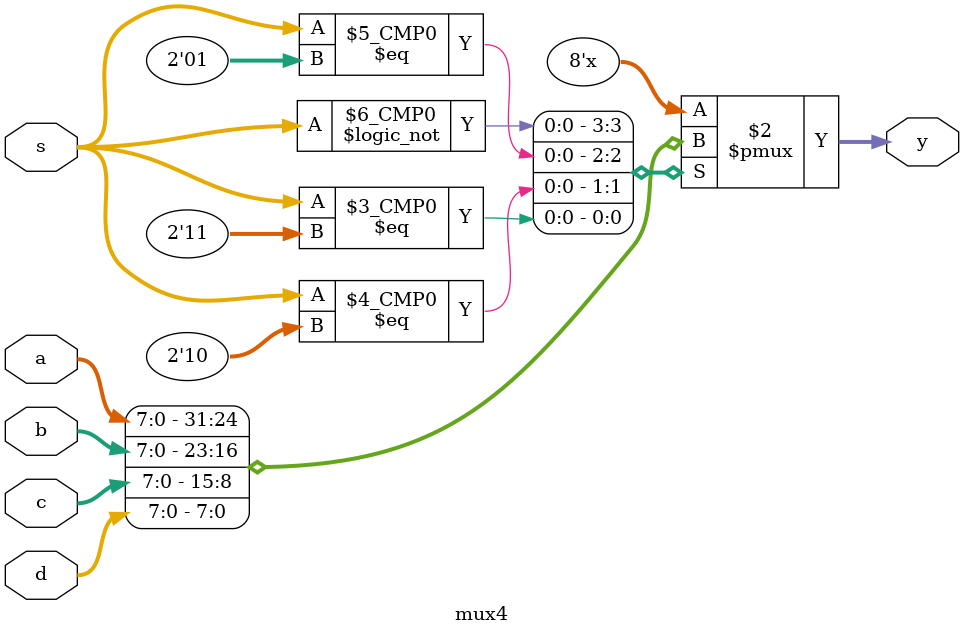
<source format=sv>
`timescale 1ns / 1ps

module mux2 #(parameter W=8)(
    input logic s,
    input logic [W-1:0] a,b,
    output logic [W-1:0] y
    );
    always@(*)
        case(s)
        1'b0: y=a;
        1'b1: y=b;
        endcase
endmodule

module mux4 #(parameter W=8)(
    input logic [1:0]s,
    input logic [W-1:0] a,b,c,d,
    output logic [W-1:0] y
    );
    always@(*)
        case(s)
        2'b00: y=a;
        2'b01: y=b;
        2'b10: y=c;
        2'b11: y=d;
        endcase
endmodule
</source>
